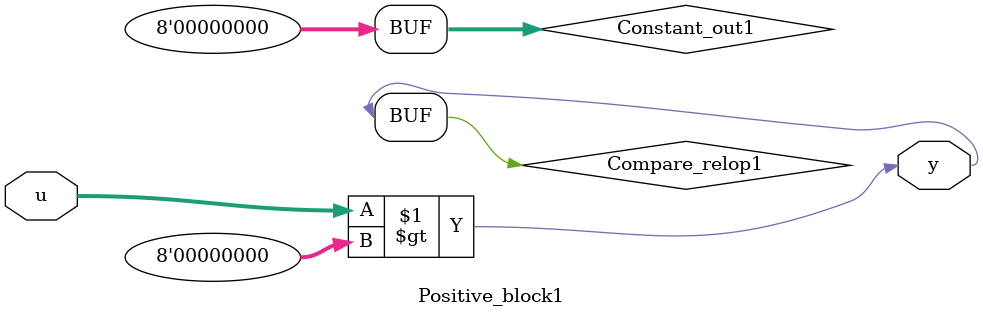
<source format=v>



`timescale 1 ns / 1 ns

module Positive_block1
          (u,
           y);


  input   [7:0] u;  // uint8
  output  y;


  wire [7:0] Constant_out1;  // uint8
  wire Compare_relop1;


  assign Constant_out1 = 8'b00000000;



  assign Compare_relop1 = u > Constant_out1;



  assign y = Compare_relop1;

endmodule  // Positive_block1


</source>
